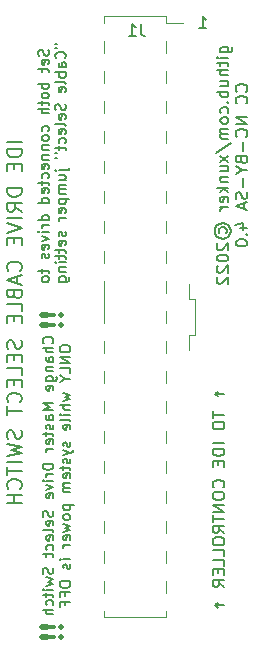
<source format=gbr>
%TF.GenerationSoftware,KiCad,Pcbnew,(6.0.4-0)*%
%TF.CreationDate,2022-11-11T17:00:16-07:00*%
%TF.ProjectId,ide_cable_select_switch,6964655f-6361-4626-9c65-5f73656c6563,rev?*%
%TF.SameCoordinates,Original*%
%TF.FileFunction,Legend,Bot*%
%TF.FilePolarity,Positive*%
%FSLAX46Y46*%
G04 Gerber Fmt 4.6, Leading zero omitted, Abs format (unit mm)*
G04 Created by KiCad (PCBNEW (6.0.4-0)) date 2022-11-11 17:00:16*
%MOMM*%
%LPD*%
G01*
G04 APERTURE LIST*
%ADD10C,0.150000*%
%ADD11C,0.300000*%
%ADD12C,0.120000*%
%ADD13R,1.700000X1.700000*%
%ADD14O,1.700000X1.700000*%
%ADD15R,3.150000X1.000000*%
G04 APERTURE END LIST*
D10*
X162175714Y-62183571D02*
X162985238Y-62183571D01*
X163080476Y-62135952D01*
X163128095Y-62088333D01*
X163175714Y-61993095D01*
X163175714Y-61850238D01*
X163128095Y-61755000D01*
X162794761Y-62183571D02*
X162842380Y-62088333D01*
X162842380Y-61897857D01*
X162794761Y-61802619D01*
X162747142Y-61755000D01*
X162651904Y-61707380D01*
X162366190Y-61707380D01*
X162270952Y-61755000D01*
X162223333Y-61802619D01*
X162175714Y-61897857D01*
X162175714Y-62088333D01*
X162223333Y-62183571D01*
X162842380Y-62659761D02*
X162175714Y-62659761D01*
X161842380Y-62659761D02*
X161890000Y-62612142D01*
X161937619Y-62659761D01*
X161890000Y-62707380D01*
X161842380Y-62659761D01*
X161937619Y-62659761D01*
X162175714Y-62993095D02*
X162175714Y-63374047D01*
X161842380Y-63135952D02*
X162699523Y-63135952D01*
X162794761Y-63183571D01*
X162842380Y-63278809D01*
X162842380Y-63374047D01*
X162842380Y-63707380D02*
X161842380Y-63707380D01*
X162842380Y-64135952D02*
X162318571Y-64135952D01*
X162223333Y-64088333D01*
X162175714Y-63993095D01*
X162175714Y-63850238D01*
X162223333Y-63755000D01*
X162270952Y-63707380D01*
X162175714Y-65040714D02*
X162842380Y-65040714D01*
X162175714Y-64612142D02*
X162699523Y-64612142D01*
X162794761Y-64659761D01*
X162842380Y-64754999D01*
X162842380Y-64897857D01*
X162794761Y-64993095D01*
X162747142Y-65040714D01*
X162842380Y-65516904D02*
X161842380Y-65516904D01*
X162223333Y-65516904D02*
X162175714Y-65612142D01*
X162175714Y-65802619D01*
X162223333Y-65897857D01*
X162270952Y-65945476D01*
X162366190Y-65993095D01*
X162651904Y-65993095D01*
X162747142Y-65945476D01*
X162794761Y-65897857D01*
X162842380Y-65802619D01*
X162842380Y-65612142D01*
X162794761Y-65516904D01*
X162747142Y-66421666D02*
X162794761Y-66469285D01*
X162842380Y-66421666D01*
X162794761Y-66374047D01*
X162747142Y-66421666D01*
X162842380Y-66421666D01*
X162794761Y-67326428D02*
X162842380Y-67231190D01*
X162842380Y-67040714D01*
X162794761Y-66945476D01*
X162747142Y-66897857D01*
X162651904Y-66850238D01*
X162366190Y-66850238D01*
X162270952Y-66897857D01*
X162223333Y-66945476D01*
X162175714Y-67040714D01*
X162175714Y-67231190D01*
X162223333Y-67326428D01*
X162842380Y-67897857D02*
X162794761Y-67802619D01*
X162747142Y-67754999D01*
X162651904Y-67707380D01*
X162366190Y-67707380D01*
X162270952Y-67754999D01*
X162223333Y-67802619D01*
X162175714Y-67897857D01*
X162175714Y-68040714D01*
X162223333Y-68135952D01*
X162270952Y-68183571D01*
X162366190Y-68231190D01*
X162651904Y-68231190D01*
X162747142Y-68183571D01*
X162794761Y-68135952D01*
X162842380Y-68040714D01*
X162842380Y-67897857D01*
X162842380Y-68659761D02*
X162175714Y-68659761D01*
X162270952Y-68659761D02*
X162223333Y-68707380D01*
X162175714Y-68802619D01*
X162175714Y-68945476D01*
X162223333Y-69040714D01*
X162318571Y-69088333D01*
X162842380Y-69088333D01*
X162318571Y-69088333D02*
X162223333Y-69135952D01*
X162175714Y-69231190D01*
X162175714Y-69374047D01*
X162223333Y-69469285D01*
X162318571Y-69516904D01*
X162842380Y-69516904D01*
X161794761Y-70707380D02*
X163080476Y-69850238D01*
X162842380Y-70945476D02*
X162175714Y-71469285D01*
X162175714Y-70945476D02*
X162842380Y-71469285D01*
X162175714Y-72278809D02*
X162842380Y-72278809D01*
X162175714Y-71850238D02*
X162699523Y-71850238D01*
X162794761Y-71897857D01*
X162842380Y-71993095D01*
X162842380Y-72135952D01*
X162794761Y-72231190D01*
X162747142Y-72278809D01*
X162175714Y-72754999D02*
X162842380Y-72754999D01*
X162270952Y-72754999D02*
X162223333Y-72802619D01*
X162175714Y-72897857D01*
X162175714Y-73040714D01*
X162223333Y-73135952D01*
X162318571Y-73183571D01*
X162842380Y-73183571D01*
X162842380Y-73659761D02*
X161842380Y-73659761D01*
X162461428Y-73754999D02*
X162842380Y-74040714D01*
X162175714Y-74040714D02*
X162556666Y-73659761D01*
X162794761Y-74850238D02*
X162842380Y-74754999D01*
X162842380Y-74564523D01*
X162794761Y-74469285D01*
X162699523Y-74421666D01*
X162318571Y-74421666D01*
X162223333Y-74469285D01*
X162175714Y-74564523D01*
X162175714Y-74754999D01*
X162223333Y-74850238D01*
X162318571Y-74897857D01*
X162413809Y-74897857D01*
X162509047Y-74421666D01*
X162842380Y-75326428D02*
X162175714Y-75326428D01*
X162366190Y-75326428D02*
X162270952Y-75374047D01*
X162223333Y-75421666D01*
X162175714Y-75516904D01*
X162175714Y-75612142D01*
X162080476Y-77516904D02*
X162032857Y-77421666D01*
X162032857Y-77231190D01*
X162080476Y-77135952D01*
X162175714Y-77040714D01*
X162270952Y-76993095D01*
X162461428Y-76993095D01*
X162556666Y-77040714D01*
X162651904Y-77135952D01*
X162699523Y-77231190D01*
X162699523Y-77421666D01*
X162651904Y-77516904D01*
X161699523Y-77326428D02*
X161747142Y-77088333D01*
X161890000Y-76850238D01*
X162128095Y-76707380D01*
X162366190Y-76659761D01*
X162604285Y-76707380D01*
X162842380Y-76850238D01*
X162985238Y-77088333D01*
X163032857Y-77326428D01*
X162985238Y-77564523D01*
X162842380Y-77802619D01*
X162604285Y-77945476D01*
X162366190Y-77993095D01*
X162128095Y-77945476D01*
X161890000Y-77802619D01*
X161747142Y-77564523D01*
X161699523Y-77326428D01*
X161937619Y-78374047D02*
X161890000Y-78421666D01*
X161842380Y-78516904D01*
X161842380Y-78754999D01*
X161890000Y-78850238D01*
X161937619Y-78897857D01*
X162032857Y-78945476D01*
X162128095Y-78945476D01*
X162270952Y-78897857D01*
X162842380Y-78326428D01*
X162842380Y-78945476D01*
X161842380Y-79564523D02*
X161842380Y-79659761D01*
X161890000Y-79754999D01*
X161937619Y-79802619D01*
X162032857Y-79850238D01*
X162223333Y-79897857D01*
X162461428Y-79897857D01*
X162651904Y-79850238D01*
X162747142Y-79802619D01*
X162794761Y-79754999D01*
X162842380Y-79659761D01*
X162842380Y-79564523D01*
X162794761Y-79469285D01*
X162747142Y-79421666D01*
X162651904Y-79374047D01*
X162461428Y-79326428D01*
X162223333Y-79326428D01*
X162032857Y-79374047D01*
X161937619Y-79421666D01*
X161890000Y-79469285D01*
X161842380Y-79564523D01*
X161937619Y-80278809D02*
X161890000Y-80326428D01*
X161842380Y-80421666D01*
X161842380Y-80659761D01*
X161890000Y-80754999D01*
X161937619Y-80802619D01*
X162032857Y-80850238D01*
X162128095Y-80850238D01*
X162270952Y-80802619D01*
X162842380Y-80231190D01*
X162842380Y-80850238D01*
X161937619Y-81231190D02*
X161890000Y-81278809D01*
X161842380Y-81374047D01*
X161842380Y-81612142D01*
X161890000Y-81707380D01*
X161937619Y-81754999D01*
X162032857Y-81802619D01*
X162128095Y-81802619D01*
X162270952Y-81754999D01*
X162842380Y-81183571D01*
X162842380Y-81802619D01*
X164357142Y-65516904D02*
X164404761Y-65469285D01*
X164452380Y-65326428D01*
X164452380Y-65231190D01*
X164404761Y-65088333D01*
X164309523Y-64993095D01*
X164214285Y-64945476D01*
X164023809Y-64897857D01*
X163880952Y-64897857D01*
X163690476Y-64945476D01*
X163595238Y-64993095D01*
X163500000Y-65088333D01*
X163452380Y-65231190D01*
X163452380Y-65326428D01*
X163500000Y-65469285D01*
X163547619Y-65516904D01*
X164357142Y-66516904D02*
X164404761Y-66469285D01*
X164452380Y-66326428D01*
X164452380Y-66231190D01*
X164404761Y-66088333D01*
X164309523Y-65993095D01*
X164214285Y-65945476D01*
X164023809Y-65897857D01*
X163880952Y-65897857D01*
X163690476Y-65945476D01*
X163595238Y-65993095D01*
X163500000Y-66088333D01*
X163452380Y-66231190D01*
X163452380Y-66326428D01*
X163500000Y-66469285D01*
X163547619Y-66516904D01*
X164452380Y-67707380D02*
X163452380Y-67707380D01*
X164452380Y-68278809D01*
X163452380Y-68278809D01*
X164357142Y-69326428D02*
X164404761Y-69278809D01*
X164452380Y-69135952D01*
X164452380Y-69040714D01*
X164404761Y-68897857D01*
X164309523Y-68802619D01*
X164214285Y-68755000D01*
X164023809Y-68707380D01*
X163880952Y-68707380D01*
X163690476Y-68755000D01*
X163595238Y-68802619D01*
X163500000Y-68897857D01*
X163452380Y-69040714D01*
X163452380Y-69135952D01*
X163500000Y-69278809D01*
X163547619Y-69326428D01*
X164071428Y-69755000D02*
X164071428Y-70516904D01*
X163928571Y-71326428D02*
X163976190Y-71469285D01*
X164023809Y-71516904D01*
X164119047Y-71564523D01*
X164261904Y-71564523D01*
X164357142Y-71516904D01*
X164404761Y-71469285D01*
X164452380Y-71374047D01*
X164452380Y-70993095D01*
X163452380Y-70993095D01*
X163452380Y-71326428D01*
X163500000Y-71421666D01*
X163547619Y-71469285D01*
X163642857Y-71516904D01*
X163738095Y-71516904D01*
X163833333Y-71469285D01*
X163880952Y-71421666D01*
X163928571Y-71326428D01*
X163928571Y-70993095D01*
X163976190Y-72183571D02*
X164452380Y-72183571D01*
X163452380Y-71850238D02*
X163976190Y-72183571D01*
X163452380Y-72516904D01*
X164071428Y-72850238D02*
X164071428Y-73612142D01*
X164404761Y-74040714D02*
X164452380Y-74183571D01*
X164452380Y-74421666D01*
X164404761Y-74516904D01*
X164357142Y-74564523D01*
X164261904Y-74612142D01*
X164166666Y-74612142D01*
X164071428Y-74564523D01*
X164023809Y-74516904D01*
X163976190Y-74421666D01*
X163928571Y-74231190D01*
X163880952Y-74135952D01*
X163833333Y-74088333D01*
X163738095Y-74040714D01*
X163642857Y-74040714D01*
X163547619Y-74088333D01*
X163500000Y-74135952D01*
X163452380Y-74231190D01*
X163452380Y-74469285D01*
X163500000Y-74612142D01*
X164166666Y-74993095D02*
X164166666Y-75469285D01*
X164452380Y-74897857D02*
X163452380Y-75231190D01*
X164452380Y-75564523D01*
X163785714Y-77088333D02*
X164452380Y-77088333D01*
X163404761Y-76850238D02*
X164119047Y-76612142D01*
X164119047Y-77231190D01*
X164357142Y-77612142D02*
X164404761Y-77659761D01*
X164452380Y-77612142D01*
X164404761Y-77564523D01*
X164357142Y-77612142D01*
X164452380Y-77612142D01*
X163452380Y-78278809D02*
X163452380Y-78374047D01*
X163500000Y-78469285D01*
X163547619Y-78516904D01*
X163642857Y-78564523D01*
X163833333Y-78612142D01*
X164071428Y-78612142D01*
X164261904Y-78564523D01*
X164357142Y-78516904D01*
X164404761Y-78469285D01*
X164452380Y-78374047D01*
X164452380Y-78278809D01*
X164404761Y-78183571D01*
X164357142Y-78135952D01*
X164261904Y-78088333D01*
X164071428Y-78040714D01*
X163833333Y-78040714D01*
X163642857Y-78088333D01*
X163547619Y-78135952D01*
X163500000Y-78183571D01*
X163452380Y-78278809D01*
X147594785Y-61974642D02*
X147637642Y-62103214D01*
X147637642Y-62317500D01*
X147594785Y-62403214D01*
X147551928Y-62446071D01*
X147466214Y-62488928D01*
X147380500Y-62488928D01*
X147294785Y-62446071D01*
X147251928Y-62403214D01*
X147209071Y-62317500D01*
X147166214Y-62146071D01*
X147123357Y-62060357D01*
X147080500Y-62017500D01*
X146994785Y-61974642D01*
X146909071Y-61974642D01*
X146823357Y-62017500D01*
X146780500Y-62060357D01*
X146737642Y-62146071D01*
X146737642Y-62360357D01*
X146780500Y-62488928D01*
X147594785Y-63217500D02*
X147637642Y-63131785D01*
X147637642Y-62960357D01*
X147594785Y-62874642D01*
X147509071Y-62831785D01*
X147166214Y-62831785D01*
X147080500Y-62874642D01*
X147037642Y-62960357D01*
X147037642Y-63131785D01*
X147080500Y-63217500D01*
X147166214Y-63260357D01*
X147251928Y-63260357D01*
X147337642Y-62831785D01*
X147037642Y-63517500D02*
X147037642Y-63860357D01*
X146737642Y-63646071D02*
X147509071Y-63646071D01*
X147594785Y-63688928D01*
X147637642Y-63774642D01*
X147637642Y-63860357D01*
X147637642Y-64846071D02*
X146737642Y-64846071D01*
X147080500Y-64846071D02*
X147037642Y-64931785D01*
X147037642Y-65103214D01*
X147080500Y-65188928D01*
X147123357Y-65231785D01*
X147209071Y-65274642D01*
X147466214Y-65274642D01*
X147551928Y-65231785D01*
X147594785Y-65188928D01*
X147637642Y-65103214D01*
X147637642Y-64931785D01*
X147594785Y-64846071D01*
X147637642Y-65788928D02*
X147594785Y-65703214D01*
X147551928Y-65660357D01*
X147466214Y-65617500D01*
X147209071Y-65617500D01*
X147123357Y-65660357D01*
X147080500Y-65703214D01*
X147037642Y-65788928D01*
X147037642Y-65917500D01*
X147080500Y-66003214D01*
X147123357Y-66046071D01*
X147209071Y-66088928D01*
X147466214Y-66088928D01*
X147551928Y-66046071D01*
X147594785Y-66003214D01*
X147637642Y-65917500D01*
X147637642Y-65788928D01*
X147037642Y-66346071D02*
X147037642Y-66688928D01*
X146737642Y-66474642D02*
X147509071Y-66474642D01*
X147594785Y-66517500D01*
X147637642Y-66603214D01*
X147637642Y-66688928D01*
X147637642Y-66988928D02*
X146737642Y-66988928D01*
X147637642Y-67374642D02*
X147166214Y-67374642D01*
X147080500Y-67331785D01*
X147037642Y-67246071D01*
X147037642Y-67117500D01*
X147080500Y-67031785D01*
X147123357Y-66988928D01*
X147594785Y-68874642D02*
X147637642Y-68788928D01*
X147637642Y-68617500D01*
X147594785Y-68531785D01*
X147551928Y-68488928D01*
X147466214Y-68446071D01*
X147209071Y-68446071D01*
X147123357Y-68488928D01*
X147080500Y-68531785D01*
X147037642Y-68617500D01*
X147037642Y-68788928D01*
X147080500Y-68874642D01*
X147637642Y-69388928D02*
X147594785Y-69303214D01*
X147551928Y-69260357D01*
X147466214Y-69217500D01*
X147209071Y-69217500D01*
X147123357Y-69260357D01*
X147080500Y-69303214D01*
X147037642Y-69388928D01*
X147037642Y-69517500D01*
X147080500Y-69603214D01*
X147123357Y-69646071D01*
X147209071Y-69688928D01*
X147466214Y-69688928D01*
X147551928Y-69646071D01*
X147594785Y-69603214D01*
X147637642Y-69517500D01*
X147637642Y-69388928D01*
X147037642Y-70074642D02*
X147637642Y-70074642D01*
X147123357Y-70074642D02*
X147080500Y-70117500D01*
X147037642Y-70203214D01*
X147037642Y-70331785D01*
X147080500Y-70417500D01*
X147166214Y-70460357D01*
X147637642Y-70460357D01*
X147037642Y-70888928D02*
X147637642Y-70888928D01*
X147123357Y-70888928D02*
X147080500Y-70931785D01*
X147037642Y-71017500D01*
X147037642Y-71146071D01*
X147080500Y-71231785D01*
X147166214Y-71274642D01*
X147637642Y-71274642D01*
X147594785Y-72046071D02*
X147637642Y-71960357D01*
X147637642Y-71788928D01*
X147594785Y-71703214D01*
X147509071Y-71660357D01*
X147166214Y-71660357D01*
X147080500Y-71703214D01*
X147037642Y-71788928D01*
X147037642Y-71960357D01*
X147080500Y-72046071D01*
X147166214Y-72088928D01*
X147251928Y-72088928D01*
X147337642Y-71660357D01*
X147594785Y-72860357D02*
X147637642Y-72774642D01*
X147637642Y-72603214D01*
X147594785Y-72517500D01*
X147551928Y-72474642D01*
X147466214Y-72431785D01*
X147209071Y-72431785D01*
X147123357Y-72474642D01*
X147080500Y-72517500D01*
X147037642Y-72603214D01*
X147037642Y-72774642D01*
X147080500Y-72860357D01*
X147037642Y-73117500D02*
X147037642Y-73460357D01*
X146737642Y-73246071D02*
X147509071Y-73246071D01*
X147594785Y-73288928D01*
X147637642Y-73374642D01*
X147637642Y-73460357D01*
X147594785Y-74103214D02*
X147637642Y-74017500D01*
X147637642Y-73846071D01*
X147594785Y-73760357D01*
X147509071Y-73717500D01*
X147166214Y-73717500D01*
X147080500Y-73760357D01*
X147037642Y-73846071D01*
X147037642Y-74017500D01*
X147080500Y-74103214D01*
X147166214Y-74146071D01*
X147251928Y-74146071D01*
X147337642Y-73717500D01*
X147637642Y-74917500D02*
X146737642Y-74917500D01*
X147594785Y-74917500D02*
X147637642Y-74831785D01*
X147637642Y-74660357D01*
X147594785Y-74574642D01*
X147551928Y-74531785D01*
X147466214Y-74488928D01*
X147209071Y-74488928D01*
X147123357Y-74531785D01*
X147080500Y-74574642D01*
X147037642Y-74660357D01*
X147037642Y-74831785D01*
X147080500Y-74917500D01*
X147637642Y-76417500D02*
X146737642Y-76417500D01*
X147594785Y-76417500D02*
X147637642Y-76331785D01*
X147637642Y-76160357D01*
X147594785Y-76074642D01*
X147551928Y-76031785D01*
X147466214Y-75988928D01*
X147209071Y-75988928D01*
X147123357Y-76031785D01*
X147080500Y-76074642D01*
X147037642Y-76160357D01*
X147037642Y-76331785D01*
X147080500Y-76417500D01*
X147637642Y-76846071D02*
X147037642Y-76846071D01*
X147209071Y-76846071D02*
X147123357Y-76888928D01*
X147080500Y-76931785D01*
X147037642Y-77017500D01*
X147037642Y-77103214D01*
X147637642Y-77403214D02*
X147037642Y-77403214D01*
X146737642Y-77403214D02*
X146780500Y-77360357D01*
X146823357Y-77403214D01*
X146780500Y-77446071D01*
X146737642Y-77403214D01*
X146823357Y-77403214D01*
X147037642Y-77746071D02*
X147637642Y-77960357D01*
X147037642Y-78174642D01*
X147594785Y-78860357D02*
X147637642Y-78774642D01*
X147637642Y-78603214D01*
X147594785Y-78517500D01*
X147509071Y-78474642D01*
X147166214Y-78474642D01*
X147080500Y-78517500D01*
X147037642Y-78603214D01*
X147037642Y-78774642D01*
X147080500Y-78860357D01*
X147166214Y-78903214D01*
X147251928Y-78903214D01*
X147337642Y-78474642D01*
X147594785Y-79246071D02*
X147637642Y-79331785D01*
X147637642Y-79503214D01*
X147594785Y-79588928D01*
X147509071Y-79631785D01*
X147466214Y-79631785D01*
X147380500Y-79588928D01*
X147337642Y-79503214D01*
X147337642Y-79374642D01*
X147294785Y-79288928D01*
X147209071Y-79246071D01*
X147166214Y-79246071D01*
X147080500Y-79288928D01*
X147037642Y-79374642D01*
X147037642Y-79503214D01*
X147080500Y-79588928D01*
X147037642Y-80574642D02*
X147037642Y-80917500D01*
X146737642Y-80703214D02*
X147509071Y-80703214D01*
X147594785Y-80746071D01*
X147637642Y-80831785D01*
X147637642Y-80917500D01*
X147637642Y-81346071D02*
X147594785Y-81260357D01*
X147551928Y-81217500D01*
X147466214Y-81174642D01*
X147209071Y-81174642D01*
X147123357Y-81217500D01*
X147080500Y-81260357D01*
X147037642Y-81346071D01*
X147037642Y-81474642D01*
X147080500Y-81560357D01*
X147123357Y-81603214D01*
X147209071Y-81646071D01*
X147466214Y-81646071D01*
X147551928Y-81603214D01*
X147594785Y-81560357D01*
X147637642Y-81474642D01*
X147637642Y-81346071D01*
X148186642Y-61460357D02*
X148358071Y-61460357D01*
X148186642Y-61803214D02*
X148358071Y-61803214D01*
X149000928Y-62703214D02*
X149043785Y-62660357D01*
X149086642Y-62531785D01*
X149086642Y-62446071D01*
X149043785Y-62317500D01*
X148958071Y-62231785D01*
X148872357Y-62188928D01*
X148700928Y-62146071D01*
X148572357Y-62146071D01*
X148400928Y-62188928D01*
X148315214Y-62231785D01*
X148229500Y-62317500D01*
X148186642Y-62446071D01*
X148186642Y-62531785D01*
X148229500Y-62660357D01*
X148272357Y-62703214D01*
X149086642Y-63474642D02*
X148615214Y-63474642D01*
X148529500Y-63431785D01*
X148486642Y-63346071D01*
X148486642Y-63174642D01*
X148529500Y-63088928D01*
X149043785Y-63474642D02*
X149086642Y-63388928D01*
X149086642Y-63174642D01*
X149043785Y-63088928D01*
X148958071Y-63046071D01*
X148872357Y-63046071D01*
X148786642Y-63088928D01*
X148743785Y-63174642D01*
X148743785Y-63388928D01*
X148700928Y-63474642D01*
X149086642Y-63903214D02*
X148186642Y-63903214D01*
X148529500Y-63903214D02*
X148486642Y-63988928D01*
X148486642Y-64160357D01*
X148529500Y-64246071D01*
X148572357Y-64288928D01*
X148658071Y-64331785D01*
X148915214Y-64331785D01*
X149000928Y-64288928D01*
X149043785Y-64246071D01*
X149086642Y-64160357D01*
X149086642Y-63988928D01*
X149043785Y-63903214D01*
X149086642Y-64846071D02*
X149043785Y-64760357D01*
X148958071Y-64717500D01*
X148186642Y-64717500D01*
X149043785Y-65531785D02*
X149086642Y-65446071D01*
X149086642Y-65274642D01*
X149043785Y-65188928D01*
X148958071Y-65146071D01*
X148615214Y-65146071D01*
X148529500Y-65188928D01*
X148486642Y-65274642D01*
X148486642Y-65446071D01*
X148529500Y-65531785D01*
X148615214Y-65574642D01*
X148700928Y-65574642D01*
X148786642Y-65146071D01*
X149043785Y-66603214D02*
X149086642Y-66731785D01*
X149086642Y-66946071D01*
X149043785Y-67031785D01*
X149000928Y-67074642D01*
X148915214Y-67117500D01*
X148829500Y-67117500D01*
X148743785Y-67074642D01*
X148700928Y-67031785D01*
X148658071Y-66946071D01*
X148615214Y-66774642D01*
X148572357Y-66688928D01*
X148529500Y-66646071D01*
X148443785Y-66603214D01*
X148358071Y-66603214D01*
X148272357Y-66646071D01*
X148229500Y-66688928D01*
X148186642Y-66774642D01*
X148186642Y-66988928D01*
X148229500Y-67117500D01*
X149043785Y-67846071D02*
X149086642Y-67760357D01*
X149086642Y-67588928D01*
X149043785Y-67503214D01*
X148958071Y-67460357D01*
X148615214Y-67460357D01*
X148529500Y-67503214D01*
X148486642Y-67588928D01*
X148486642Y-67760357D01*
X148529500Y-67846071D01*
X148615214Y-67888928D01*
X148700928Y-67888928D01*
X148786642Y-67460357D01*
X149086642Y-68403214D02*
X149043785Y-68317500D01*
X148958071Y-68274642D01*
X148186642Y-68274642D01*
X149043785Y-69088928D02*
X149086642Y-69003214D01*
X149086642Y-68831785D01*
X149043785Y-68746071D01*
X148958071Y-68703214D01*
X148615214Y-68703214D01*
X148529500Y-68746071D01*
X148486642Y-68831785D01*
X148486642Y-69003214D01*
X148529500Y-69088928D01*
X148615214Y-69131785D01*
X148700928Y-69131785D01*
X148786642Y-68703214D01*
X149043785Y-69903214D02*
X149086642Y-69817500D01*
X149086642Y-69646071D01*
X149043785Y-69560357D01*
X149000928Y-69517500D01*
X148915214Y-69474642D01*
X148658071Y-69474642D01*
X148572357Y-69517500D01*
X148529500Y-69560357D01*
X148486642Y-69646071D01*
X148486642Y-69817500D01*
X148529500Y-69903214D01*
X148486642Y-70160357D02*
X148486642Y-70503214D01*
X148186642Y-70288928D02*
X148958071Y-70288928D01*
X149043785Y-70331785D01*
X149086642Y-70417500D01*
X149086642Y-70503214D01*
X148186642Y-70760357D02*
X148358071Y-70760357D01*
X148186642Y-71103214D02*
X148358071Y-71103214D01*
X148486642Y-72174642D02*
X149258071Y-72174642D01*
X149343785Y-72131785D01*
X149386642Y-72046071D01*
X149386642Y-72003214D01*
X148186642Y-72174642D02*
X148229500Y-72131785D01*
X148272357Y-72174642D01*
X148229500Y-72217500D01*
X148186642Y-72174642D01*
X148272357Y-72174642D01*
X148486642Y-72988928D02*
X149086642Y-72988928D01*
X148486642Y-72603214D02*
X148958071Y-72603214D01*
X149043785Y-72646071D01*
X149086642Y-72731785D01*
X149086642Y-72860357D01*
X149043785Y-72946071D01*
X149000928Y-72988928D01*
X149086642Y-73417500D02*
X148486642Y-73417500D01*
X148572357Y-73417500D02*
X148529500Y-73460357D01*
X148486642Y-73546071D01*
X148486642Y-73674642D01*
X148529500Y-73760357D01*
X148615214Y-73803214D01*
X149086642Y-73803214D01*
X148615214Y-73803214D02*
X148529500Y-73846071D01*
X148486642Y-73931785D01*
X148486642Y-74060357D01*
X148529500Y-74146071D01*
X148615214Y-74188928D01*
X149086642Y-74188928D01*
X148486642Y-74617500D02*
X149386642Y-74617500D01*
X148529500Y-74617500D02*
X148486642Y-74703214D01*
X148486642Y-74874642D01*
X148529500Y-74960357D01*
X148572357Y-75003214D01*
X148658071Y-75046071D01*
X148915214Y-75046071D01*
X149000928Y-75003214D01*
X149043785Y-74960357D01*
X149086642Y-74874642D01*
X149086642Y-74703214D01*
X149043785Y-74617500D01*
X149043785Y-75774642D02*
X149086642Y-75688928D01*
X149086642Y-75517500D01*
X149043785Y-75431785D01*
X148958071Y-75388928D01*
X148615214Y-75388928D01*
X148529500Y-75431785D01*
X148486642Y-75517500D01*
X148486642Y-75688928D01*
X148529500Y-75774642D01*
X148615214Y-75817500D01*
X148700928Y-75817500D01*
X148786642Y-75388928D01*
X149086642Y-76203214D02*
X148486642Y-76203214D01*
X148658071Y-76203214D02*
X148572357Y-76246071D01*
X148529500Y-76288928D01*
X148486642Y-76374642D01*
X148486642Y-76460357D01*
X149043785Y-77403214D02*
X149086642Y-77488928D01*
X149086642Y-77660357D01*
X149043785Y-77746071D01*
X148958071Y-77788928D01*
X148915214Y-77788928D01*
X148829500Y-77746071D01*
X148786642Y-77660357D01*
X148786642Y-77531785D01*
X148743785Y-77446071D01*
X148658071Y-77403214D01*
X148615214Y-77403214D01*
X148529500Y-77446071D01*
X148486642Y-77531785D01*
X148486642Y-77660357D01*
X148529500Y-77746071D01*
X149043785Y-78517500D02*
X149086642Y-78431785D01*
X149086642Y-78260357D01*
X149043785Y-78174642D01*
X148958071Y-78131785D01*
X148615214Y-78131785D01*
X148529500Y-78174642D01*
X148486642Y-78260357D01*
X148486642Y-78431785D01*
X148529500Y-78517500D01*
X148615214Y-78560357D01*
X148700928Y-78560357D01*
X148786642Y-78131785D01*
X148486642Y-78817500D02*
X148486642Y-79160357D01*
X148186642Y-78946071D02*
X148958071Y-78946071D01*
X149043785Y-78988928D01*
X149086642Y-79074642D01*
X149086642Y-79160357D01*
X148486642Y-79331785D02*
X148486642Y-79674642D01*
X148186642Y-79460357D02*
X148958071Y-79460357D01*
X149043785Y-79503214D01*
X149086642Y-79588928D01*
X149086642Y-79674642D01*
X149086642Y-79974642D02*
X148486642Y-79974642D01*
X148186642Y-79974642D02*
X148229500Y-79931785D01*
X148272357Y-79974642D01*
X148229500Y-80017500D01*
X148186642Y-79974642D01*
X148272357Y-79974642D01*
X148486642Y-80403214D02*
X149086642Y-80403214D01*
X148572357Y-80403214D02*
X148529500Y-80446071D01*
X148486642Y-80531785D01*
X148486642Y-80660357D01*
X148529500Y-80746071D01*
X148615214Y-80788928D01*
X149086642Y-80788928D01*
X148486642Y-81603214D02*
X149215214Y-81603214D01*
X149300928Y-81560357D01*
X149343785Y-81517500D01*
X149386642Y-81431785D01*
X149386642Y-81303214D01*
X149343785Y-81217500D01*
X149043785Y-81603214D02*
X149086642Y-81517500D01*
X149086642Y-81346071D01*
X149043785Y-81260357D01*
X149000928Y-81217500D01*
X148915214Y-81174642D01*
X148658071Y-81174642D01*
X148572357Y-81217500D01*
X148529500Y-81260357D01*
X148486642Y-81346071D01*
X148486642Y-81517500D01*
X148529500Y-81603214D01*
X145345476Y-69792380D02*
X144095476Y-69792380D01*
X145345476Y-70387619D02*
X144095476Y-70387619D01*
X144095476Y-70685238D01*
X144155000Y-70863809D01*
X144274047Y-70982857D01*
X144393095Y-71042380D01*
X144631190Y-71101904D01*
X144809761Y-71101904D01*
X145047857Y-71042380D01*
X145166904Y-70982857D01*
X145285952Y-70863809D01*
X145345476Y-70685238D01*
X145345476Y-70387619D01*
X144690714Y-71637619D02*
X144690714Y-72054285D01*
X145345476Y-72232857D02*
X145345476Y-71637619D01*
X144095476Y-71637619D01*
X144095476Y-72232857D01*
X145345476Y-73720952D02*
X144095476Y-73720952D01*
X144095476Y-74018571D01*
X144155000Y-74197142D01*
X144274047Y-74316190D01*
X144393095Y-74375714D01*
X144631190Y-74435238D01*
X144809761Y-74435238D01*
X145047857Y-74375714D01*
X145166904Y-74316190D01*
X145285952Y-74197142D01*
X145345476Y-74018571D01*
X145345476Y-73720952D01*
X145345476Y-75685238D02*
X144750238Y-75268571D01*
X145345476Y-74970952D02*
X144095476Y-74970952D01*
X144095476Y-75447142D01*
X144155000Y-75566190D01*
X144214523Y-75625714D01*
X144333571Y-75685238D01*
X144512142Y-75685238D01*
X144631190Y-75625714D01*
X144690714Y-75566190D01*
X144750238Y-75447142D01*
X144750238Y-74970952D01*
X145345476Y-76220952D02*
X144095476Y-76220952D01*
X144095476Y-76637619D02*
X145345476Y-77054285D01*
X144095476Y-77470952D01*
X144690714Y-77887619D02*
X144690714Y-78304285D01*
X145345476Y-78482857D02*
X145345476Y-77887619D01*
X144095476Y-77887619D01*
X144095476Y-78482857D01*
X145226428Y-80685238D02*
X145285952Y-80625714D01*
X145345476Y-80447142D01*
X145345476Y-80328095D01*
X145285952Y-80149523D01*
X145166904Y-80030476D01*
X145047857Y-79970952D01*
X144809761Y-79911428D01*
X144631190Y-79911428D01*
X144393095Y-79970952D01*
X144274047Y-80030476D01*
X144155000Y-80149523D01*
X144095476Y-80328095D01*
X144095476Y-80447142D01*
X144155000Y-80625714D01*
X144214523Y-80685238D01*
X144988333Y-81161428D02*
X144988333Y-81756666D01*
X145345476Y-81042380D02*
X144095476Y-81459047D01*
X145345476Y-81875714D01*
X144690714Y-82709047D02*
X144750238Y-82887619D01*
X144809761Y-82947142D01*
X144928809Y-83006666D01*
X145107380Y-83006666D01*
X145226428Y-82947142D01*
X145285952Y-82887619D01*
X145345476Y-82768571D01*
X145345476Y-82292380D01*
X144095476Y-82292380D01*
X144095476Y-82709047D01*
X144155000Y-82828095D01*
X144214523Y-82887619D01*
X144333571Y-82947142D01*
X144452619Y-82947142D01*
X144571666Y-82887619D01*
X144631190Y-82828095D01*
X144690714Y-82709047D01*
X144690714Y-82292380D01*
X145345476Y-84137619D02*
X145345476Y-83542380D01*
X144095476Y-83542380D01*
X144690714Y-84554285D02*
X144690714Y-84970952D01*
X145345476Y-85149523D02*
X145345476Y-84554285D01*
X144095476Y-84554285D01*
X144095476Y-85149523D01*
X145285952Y-86578095D02*
X145345476Y-86756666D01*
X145345476Y-87054285D01*
X145285952Y-87173333D01*
X145226428Y-87232857D01*
X145107380Y-87292380D01*
X144988333Y-87292380D01*
X144869285Y-87232857D01*
X144809761Y-87173333D01*
X144750238Y-87054285D01*
X144690714Y-86816190D01*
X144631190Y-86697142D01*
X144571666Y-86637619D01*
X144452619Y-86578095D01*
X144333571Y-86578095D01*
X144214523Y-86637619D01*
X144155000Y-86697142D01*
X144095476Y-86816190D01*
X144095476Y-87113809D01*
X144155000Y-87292380D01*
X144690714Y-87828095D02*
X144690714Y-88244761D01*
X145345476Y-88423333D02*
X145345476Y-87828095D01*
X144095476Y-87828095D01*
X144095476Y-88423333D01*
X145345476Y-89554285D02*
X145345476Y-88959047D01*
X144095476Y-88959047D01*
X144690714Y-89970952D02*
X144690714Y-90387619D01*
X145345476Y-90566190D02*
X145345476Y-89970952D01*
X144095476Y-89970952D01*
X144095476Y-90566190D01*
X145226428Y-91816190D02*
X145285952Y-91756666D01*
X145345476Y-91578095D01*
X145345476Y-91459047D01*
X145285952Y-91280476D01*
X145166904Y-91161428D01*
X145047857Y-91101904D01*
X144809761Y-91042380D01*
X144631190Y-91042380D01*
X144393095Y-91101904D01*
X144274047Y-91161428D01*
X144155000Y-91280476D01*
X144095476Y-91459047D01*
X144095476Y-91578095D01*
X144155000Y-91756666D01*
X144214523Y-91816190D01*
X144095476Y-92173333D02*
X144095476Y-92887619D01*
X145345476Y-92530476D02*
X144095476Y-92530476D01*
X145285952Y-94197142D02*
X145345476Y-94375714D01*
X145345476Y-94673333D01*
X145285952Y-94792380D01*
X145226428Y-94851904D01*
X145107380Y-94911428D01*
X144988333Y-94911428D01*
X144869285Y-94851904D01*
X144809761Y-94792380D01*
X144750238Y-94673333D01*
X144690714Y-94435238D01*
X144631190Y-94316190D01*
X144571666Y-94256666D01*
X144452619Y-94197142D01*
X144333571Y-94197142D01*
X144214523Y-94256666D01*
X144155000Y-94316190D01*
X144095476Y-94435238D01*
X144095476Y-94732857D01*
X144155000Y-94911428D01*
X144095476Y-95328095D02*
X145345476Y-95625714D01*
X144452619Y-95863809D01*
X145345476Y-96101904D01*
X144095476Y-96399523D01*
X145345476Y-96875714D02*
X144095476Y-96875714D01*
X144095476Y-97292380D02*
X144095476Y-98006666D01*
X145345476Y-97649523D02*
X144095476Y-97649523D01*
X145226428Y-99137619D02*
X145285952Y-99078095D01*
X145345476Y-98899523D01*
X145345476Y-98780476D01*
X145285952Y-98601904D01*
X145166904Y-98482857D01*
X145047857Y-98423333D01*
X144809761Y-98363809D01*
X144631190Y-98363809D01*
X144393095Y-98423333D01*
X144274047Y-98482857D01*
X144155000Y-98601904D01*
X144095476Y-98780476D01*
X144095476Y-98899523D01*
X144155000Y-99078095D01*
X144214523Y-99137619D01*
X145345476Y-99673333D02*
X144095476Y-99673333D01*
X144690714Y-99673333D02*
X144690714Y-100387619D01*
X145345476Y-100387619D02*
X144095476Y-100387619D01*
D11*
X148580000Y-110835333D02*
X148663333Y-110918666D01*
X148746666Y-110835333D01*
X148663333Y-110752000D01*
X148580000Y-110835333D01*
X148746666Y-110835333D01*
X148080000Y-110835333D02*
X147080000Y-110752000D01*
X146996666Y-110835333D01*
X147080000Y-110918666D01*
X148080000Y-110835333D01*
X146996666Y-110835333D01*
X148580000Y-111668666D02*
X148663333Y-111752000D01*
X148746666Y-111668666D01*
X148663333Y-111585333D01*
X148580000Y-111668666D01*
X148746666Y-111668666D01*
X148080000Y-111668666D02*
X147080000Y-111585333D01*
X146996666Y-111668666D01*
X147080000Y-111752000D01*
X148080000Y-111668666D01*
X146996666Y-111668666D01*
D10*
X147932928Y-86815428D02*
X147975785Y-86772571D01*
X148018642Y-86644000D01*
X148018642Y-86558285D01*
X147975785Y-86429714D01*
X147890071Y-86344000D01*
X147804357Y-86301142D01*
X147632928Y-86258285D01*
X147504357Y-86258285D01*
X147332928Y-86301142D01*
X147247214Y-86344000D01*
X147161500Y-86429714D01*
X147118642Y-86558285D01*
X147118642Y-86644000D01*
X147161500Y-86772571D01*
X147204357Y-86815428D01*
X148018642Y-87201142D02*
X147118642Y-87201142D01*
X148018642Y-87586857D02*
X147547214Y-87586857D01*
X147461500Y-87544000D01*
X147418642Y-87458285D01*
X147418642Y-87329714D01*
X147461500Y-87244000D01*
X147504357Y-87201142D01*
X148018642Y-88401142D02*
X147547214Y-88401142D01*
X147461500Y-88358285D01*
X147418642Y-88272571D01*
X147418642Y-88101142D01*
X147461500Y-88015428D01*
X147975785Y-88401142D02*
X148018642Y-88315428D01*
X148018642Y-88101142D01*
X147975785Y-88015428D01*
X147890071Y-87972571D01*
X147804357Y-87972571D01*
X147718642Y-88015428D01*
X147675785Y-88101142D01*
X147675785Y-88315428D01*
X147632928Y-88401142D01*
X147418642Y-88829714D02*
X148018642Y-88829714D01*
X147504357Y-88829714D02*
X147461500Y-88872571D01*
X147418642Y-88958285D01*
X147418642Y-89086857D01*
X147461500Y-89172571D01*
X147547214Y-89215428D01*
X148018642Y-89215428D01*
X147418642Y-90029714D02*
X148147214Y-90029714D01*
X148232928Y-89986857D01*
X148275785Y-89944000D01*
X148318642Y-89858285D01*
X148318642Y-89729714D01*
X148275785Y-89644000D01*
X147975785Y-90029714D02*
X148018642Y-89944000D01*
X148018642Y-89772571D01*
X147975785Y-89686857D01*
X147932928Y-89644000D01*
X147847214Y-89601142D01*
X147590071Y-89601142D01*
X147504357Y-89644000D01*
X147461500Y-89686857D01*
X147418642Y-89772571D01*
X147418642Y-89944000D01*
X147461500Y-90029714D01*
X147975785Y-90801142D02*
X148018642Y-90715428D01*
X148018642Y-90544000D01*
X147975785Y-90458285D01*
X147890071Y-90415428D01*
X147547214Y-90415428D01*
X147461500Y-90458285D01*
X147418642Y-90544000D01*
X147418642Y-90715428D01*
X147461500Y-90801142D01*
X147547214Y-90844000D01*
X147632928Y-90844000D01*
X147718642Y-90415428D01*
X148018642Y-91915428D02*
X147118642Y-91915428D01*
X147761500Y-92215428D01*
X147118642Y-92515428D01*
X148018642Y-92515428D01*
X148018642Y-93329714D02*
X147547214Y-93329714D01*
X147461500Y-93286857D01*
X147418642Y-93201142D01*
X147418642Y-93029714D01*
X147461500Y-92944000D01*
X147975785Y-93329714D02*
X148018642Y-93244000D01*
X148018642Y-93029714D01*
X147975785Y-92944000D01*
X147890071Y-92901142D01*
X147804357Y-92901142D01*
X147718642Y-92944000D01*
X147675785Y-93029714D01*
X147675785Y-93244000D01*
X147632928Y-93329714D01*
X147975785Y-93715428D02*
X148018642Y-93801142D01*
X148018642Y-93972571D01*
X147975785Y-94058285D01*
X147890071Y-94101142D01*
X147847214Y-94101142D01*
X147761500Y-94058285D01*
X147718642Y-93972571D01*
X147718642Y-93844000D01*
X147675785Y-93758285D01*
X147590071Y-93715428D01*
X147547214Y-93715428D01*
X147461500Y-93758285D01*
X147418642Y-93844000D01*
X147418642Y-93972571D01*
X147461500Y-94058285D01*
X147418642Y-94358285D02*
X147418642Y-94701142D01*
X147118642Y-94486857D02*
X147890071Y-94486857D01*
X147975785Y-94529714D01*
X148018642Y-94615428D01*
X148018642Y-94701142D01*
X147975785Y-95344000D02*
X148018642Y-95258285D01*
X148018642Y-95086857D01*
X147975785Y-95001142D01*
X147890071Y-94958285D01*
X147547214Y-94958285D01*
X147461500Y-95001142D01*
X147418642Y-95086857D01*
X147418642Y-95258285D01*
X147461500Y-95344000D01*
X147547214Y-95386857D01*
X147632928Y-95386857D01*
X147718642Y-94958285D01*
X148018642Y-95772571D02*
X147418642Y-95772571D01*
X147590071Y-95772571D02*
X147504357Y-95815428D01*
X147461500Y-95858285D01*
X147418642Y-95944000D01*
X147418642Y-96029714D01*
X148018642Y-97015428D02*
X147118642Y-97015428D01*
X147118642Y-97229714D01*
X147161500Y-97358285D01*
X147247214Y-97444000D01*
X147332928Y-97486857D01*
X147504357Y-97529714D01*
X147632928Y-97529714D01*
X147804357Y-97486857D01*
X147890071Y-97444000D01*
X147975785Y-97358285D01*
X148018642Y-97229714D01*
X148018642Y-97015428D01*
X148018642Y-97915428D02*
X147418642Y-97915428D01*
X147590071Y-97915428D02*
X147504357Y-97958285D01*
X147461500Y-98001142D01*
X147418642Y-98086857D01*
X147418642Y-98172571D01*
X148018642Y-98472571D02*
X147418642Y-98472571D01*
X147118642Y-98472571D02*
X147161500Y-98429714D01*
X147204357Y-98472571D01*
X147161500Y-98515428D01*
X147118642Y-98472571D01*
X147204357Y-98472571D01*
X147418642Y-98815428D02*
X148018642Y-99029714D01*
X147418642Y-99244000D01*
X147975785Y-99929714D02*
X148018642Y-99844000D01*
X148018642Y-99672571D01*
X147975785Y-99586857D01*
X147890071Y-99544000D01*
X147547214Y-99544000D01*
X147461500Y-99586857D01*
X147418642Y-99672571D01*
X147418642Y-99844000D01*
X147461500Y-99929714D01*
X147547214Y-99972571D01*
X147632928Y-99972571D01*
X147718642Y-99544000D01*
X147975785Y-101001142D02*
X148018642Y-101129714D01*
X148018642Y-101344000D01*
X147975785Y-101429714D01*
X147932928Y-101472571D01*
X147847214Y-101515428D01*
X147761500Y-101515428D01*
X147675785Y-101472571D01*
X147632928Y-101429714D01*
X147590071Y-101344000D01*
X147547214Y-101172571D01*
X147504357Y-101086857D01*
X147461500Y-101044000D01*
X147375785Y-101001142D01*
X147290071Y-101001142D01*
X147204357Y-101044000D01*
X147161500Y-101086857D01*
X147118642Y-101172571D01*
X147118642Y-101386857D01*
X147161500Y-101515428D01*
X147975785Y-102244000D02*
X148018642Y-102158285D01*
X148018642Y-101986857D01*
X147975785Y-101901142D01*
X147890071Y-101858285D01*
X147547214Y-101858285D01*
X147461500Y-101901142D01*
X147418642Y-101986857D01*
X147418642Y-102158285D01*
X147461500Y-102244000D01*
X147547214Y-102286857D01*
X147632928Y-102286857D01*
X147718642Y-101858285D01*
X148018642Y-102801142D02*
X147975785Y-102715428D01*
X147890071Y-102672571D01*
X147118642Y-102672571D01*
X147975785Y-103486857D02*
X148018642Y-103401142D01*
X148018642Y-103229714D01*
X147975785Y-103144000D01*
X147890071Y-103101142D01*
X147547214Y-103101142D01*
X147461500Y-103144000D01*
X147418642Y-103229714D01*
X147418642Y-103401142D01*
X147461500Y-103486857D01*
X147547214Y-103529714D01*
X147632928Y-103529714D01*
X147718642Y-103101142D01*
X147975785Y-104301142D02*
X148018642Y-104215428D01*
X148018642Y-104044000D01*
X147975785Y-103958285D01*
X147932928Y-103915428D01*
X147847214Y-103872571D01*
X147590071Y-103872571D01*
X147504357Y-103915428D01*
X147461500Y-103958285D01*
X147418642Y-104044000D01*
X147418642Y-104215428D01*
X147461500Y-104301142D01*
X147418642Y-104558285D02*
X147418642Y-104901142D01*
X147118642Y-104686857D02*
X147890071Y-104686857D01*
X147975785Y-104729714D01*
X148018642Y-104815428D01*
X148018642Y-104901142D01*
X147975785Y-105844000D02*
X148018642Y-105972571D01*
X148018642Y-106186857D01*
X147975785Y-106272571D01*
X147932928Y-106315428D01*
X147847214Y-106358285D01*
X147761500Y-106358285D01*
X147675785Y-106315428D01*
X147632928Y-106272571D01*
X147590071Y-106186857D01*
X147547214Y-106015428D01*
X147504357Y-105929714D01*
X147461500Y-105886857D01*
X147375785Y-105844000D01*
X147290071Y-105844000D01*
X147204357Y-105886857D01*
X147161500Y-105929714D01*
X147118642Y-106015428D01*
X147118642Y-106229714D01*
X147161500Y-106358285D01*
X147418642Y-106658285D02*
X148018642Y-106829714D01*
X147590071Y-107001142D01*
X148018642Y-107172571D01*
X147418642Y-107344000D01*
X148018642Y-107686857D02*
X147418642Y-107686857D01*
X147118642Y-107686857D02*
X147161500Y-107644000D01*
X147204357Y-107686857D01*
X147161500Y-107729714D01*
X147118642Y-107686857D01*
X147204357Y-107686857D01*
X147418642Y-107986857D02*
X147418642Y-108329714D01*
X147118642Y-108115428D02*
X147890071Y-108115428D01*
X147975785Y-108158285D01*
X148018642Y-108244000D01*
X148018642Y-108329714D01*
X147975785Y-109015428D02*
X148018642Y-108929714D01*
X148018642Y-108758285D01*
X147975785Y-108672571D01*
X147932928Y-108629714D01*
X147847214Y-108586857D01*
X147590071Y-108586857D01*
X147504357Y-108629714D01*
X147461500Y-108672571D01*
X147418642Y-108758285D01*
X147418642Y-108929714D01*
X147461500Y-109015428D01*
X148018642Y-109401142D02*
X147118642Y-109401142D01*
X148018642Y-109786857D02*
X147547214Y-109786857D01*
X147461500Y-109744000D01*
X147418642Y-109658285D01*
X147418642Y-109529714D01*
X147461500Y-109444000D01*
X147504357Y-109401142D01*
X148567642Y-87222571D02*
X148567642Y-87394000D01*
X148610500Y-87479714D01*
X148696214Y-87565428D01*
X148867642Y-87608285D01*
X149167642Y-87608285D01*
X149339071Y-87565428D01*
X149424785Y-87479714D01*
X149467642Y-87394000D01*
X149467642Y-87222571D01*
X149424785Y-87136857D01*
X149339071Y-87051142D01*
X149167642Y-87008285D01*
X148867642Y-87008285D01*
X148696214Y-87051142D01*
X148610500Y-87136857D01*
X148567642Y-87222571D01*
X149467642Y-87994000D02*
X148567642Y-87994000D01*
X149467642Y-88508285D01*
X148567642Y-88508285D01*
X149467642Y-89365428D02*
X149467642Y-88936857D01*
X148567642Y-88936857D01*
X149039071Y-89836857D02*
X149467642Y-89836857D01*
X148567642Y-89536857D02*
X149039071Y-89836857D01*
X148567642Y-90136857D01*
X148867642Y-91036857D02*
X149467642Y-91208285D01*
X149039071Y-91379714D01*
X149467642Y-91551142D01*
X148867642Y-91722571D01*
X149467642Y-92065428D02*
X148567642Y-92065428D01*
X149467642Y-92451142D02*
X148996214Y-92451142D01*
X148910500Y-92408285D01*
X148867642Y-92322571D01*
X148867642Y-92194000D01*
X148910500Y-92108285D01*
X148953357Y-92065428D01*
X149467642Y-92879714D02*
X148867642Y-92879714D01*
X148567642Y-92879714D02*
X148610500Y-92836857D01*
X148653357Y-92879714D01*
X148610500Y-92922571D01*
X148567642Y-92879714D01*
X148653357Y-92879714D01*
X149467642Y-93436857D02*
X149424785Y-93351142D01*
X149339071Y-93308285D01*
X148567642Y-93308285D01*
X149424785Y-94122571D02*
X149467642Y-94036857D01*
X149467642Y-93865428D01*
X149424785Y-93779714D01*
X149339071Y-93736857D01*
X148996214Y-93736857D01*
X148910500Y-93779714D01*
X148867642Y-93865428D01*
X148867642Y-94036857D01*
X148910500Y-94122571D01*
X148996214Y-94165428D01*
X149081928Y-94165428D01*
X149167642Y-93736857D01*
X149424785Y-95194000D02*
X149467642Y-95279714D01*
X149467642Y-95451142D01*
X149424785Y-95536857D01*
X149339071Y-95579714D01*
X149296214Y-95579714D01*
X149210500Y-95536857D01*
X149167642Y-95451142D01*
X149167642Y-95322571D01*
X149124785Y-95236857D01*
X149039071Y-95194000D01*
X148996214Y-95194000D01*
X148910500Y-95236857D01*
X148867642Y-95322571D01*
X148867642Y-95451142D01*
X148910500Y-95536857D01*
X148867642Y-95879714D02*
X149467642Y-96094000D01*
X148867642Y-96308285D02*
X149467642Y-96094000D01*
X149681928Y-96008285D01*
X149724785Y-95965428D01*
X149767642Y-95879714D01*
X149424785Y-96608285D02*
X149467642Y-96694000D01*
X149467642Y-96865428D01*
X149424785Y-96951142D01*
X149339071Y-96994000D01*
X149296214Y-96994000D01*
X149210500Y-96951142D01*
X149167642Y-96865428D01*
X149167642Y-96736857D01*
X149124785Y-96651142D01*
X149039071Y-96608285D01*
X148996214Y-96608285D01*
X148910500Y-96651142D01*
X148867642Y-96736857D01*
X148867642Y-96865428D01*
X148910500Y-96951142D01*
X148867642Y-97251142D02*
X148867642Y-97594000D01*
X148567642Y-97379714D02*
X149339071Y-97379714D01*
X149424785Y-97422571D01*
X149467642Y-97508285D01*
X149467642Y-97594000D01*
X149424785Y-98236857D02*
X149467642Y-98151142D01*
X149467642Y-97979714D01*
X149424785Y-97894000D01*
X149339071Y-97851142D01*
X148996214Y-97851142D01*
X148910500Y-97894000D01*
X148867642Y-97979714D01*
X148867642Y-98151142D01*
X148910500Y-98236857D01*
X148996214Y-98279714D01*
X149081928Y-98279714D01*
X149167642Y-97851142D01*
X149467642Y-98665428D02*
X148867642Y-98665428D01*
X148953357Y-98665428D02*
X148910500Y-98708285D01*
X148867642Y-98794000D01*
X148867642Y-98922571D01*
X148910500Y-99008285D01*
X148996214Y-99051142D01*
X149467642Y-99051142D01*
X148996214Y-99051142D02*
X148910500Y-99094000D01*
X148867642Y-99179714D01*
X148867642Y-99308285D01*
X148910500Y-99394000D01*
X148996214Y-99436857D01*
X149467642Y-99436857D01*
X148867642Y-100551142D02*
X149767642Y-100551142D01*
X148910500Y-100551142D02*
X148867642Y-100636857D01*
X148867642Y-100808285D01*
X148910500Y-100894000D01*
X148953357Y-100936857D01*
X149039071Y-100979714D01*
X149296214Y-100979714D01*
X149381928Y-100936857D01*
X149424785Y-100894000D01*
X149467642Y-100808285D01*
X149467642Y-100636857D01*
X149424785Y-100551142D01*
X149467642Y-101494000D02*
X149424785Y-101408285D01*
X149381928Y-101365428D01*
X149296214Y-101322571D01*
X149039071Y-101322571D01*
X148953357Y-101365428D01*
X148910500Y-101408285D01*
X148867642Y-101494000D01*
X148867642Y-101622571D01*
X148910500Y-101708285D01*
X148953357Y-101751142D01*
X149039071Y-101794000D01*
X149296214Y-101794000D01*
X149381928Y-101751142D01*
X149424785Y-101708285D01*
X149467642Y-101622571D01*
X149467642Y-101494000D01*
X148867642Y-102094000D02*
X149467642Y-102265428D01*
X149039071Y-102436857D01*
X149467642Y-102608285D01*
X148867642Y-102779714D01*
X149424785Y-103465428D02*
X149467642Y-103379714D01*
X149467642Y-103208285D01*
X149424785Y-103122571D01*
X149339071Y-103079714D01*
X148996214Y-103079714D01*
X148910500Y-103122571D01*
X148867642Y-103208285D01*
X148867642Y-103379714D01*
X148910500Y-103465428D01*
X148996214Y-103508285D01*
X149081928Y-103508285D01*
X149167642Y-103079714D01*
X149467642Y-103894000D02*
X148867642Y-103894000D01*
X149039071Y-103894000D02*
X148953357Y-103936857D01*
X148910500Y-103979714D01*
X148867642Y-104065428D01*
X148867642Y-104151142D01*
X149467642Y-105136857D02*
X148867642Y-105136857D01*
X148567642Y-105136857D02*
X148610500Y-105094000D01*
X148653357Y-105136857D01*
X148610500Y-105179714D01*
X148567642Y-105136857D01*
X148653357Y-105136857D01*
X149424785Y-105522571D02*
X149467642Y-105608285D01*
X149467642Y-105779714D01*
X149424785Y-105865428D01*
X149339071Y-105908285D01*
X149296214Y-105908285D01*
X149210500Y-105865428D01*
X149167642Y-105779714D01*
X149167642Y-105651142D01*
X149124785Y-105565428D01*
X149039071Y-105522571D01*
X148996214Y-105522571D01*
X148910500Y-105565428D01*
X148867642Y-105651142D01*
X148867642Y-105779714D01*
X148910500Y-105865428D01*
X148567642Y-107151142D02*
X148567642Y-107322571D01*
X148610500Y-107408285D01*
X148696214Y-107494000D01*
X148867642Y-107536857D01*
X149167642Y-107536857D01*
X149339071Y-107494000D01*
X149424785Y-107408285D01*
X149467642Y-107322571D01*
X149467642Y-107151142D01*
X149424785Y-107065428D01*
X149339071Y-106979714D01*
X149167642Y-106936857D01*
X148867642Y-106936857D01*
X148696214Y-106979714D01*
X148610500Y-107065428D01*
X148567642Y-107151142D01*
X148996214Y-108222571D02*
X148996214Y-107922571D01*
X149467642Y-107922571D02*
X148567642Y-107922571D01*
X148567642Y-108351142D01*
X148996214Y-108994000D02*
X148996214Y-108694000D01*
X149467642Y-108694000D02*
X148567642Y-108694000D01*
X148567642Y-109122571D01*
X162504380Y-91123619D02*
X161742476Y-91123619D01*
X161932952Y-90933142D02*
X161742476Y-91123619D01*
X161932952Y-91314095D01*
X161504380Y-92599809D02*
X161504380Y-93171238D01*
X162504380Y-92885523D02*
X161504380Y-92885523D01*
X161504380Y-93695047D02*
X161504380Y-93885523D01*
X161552000Y-93980761D01*
X161647238Y-94076000D01*
X161837714Y-94123619D01*
X162171047Y-94123619D01*
X162361523Y-94076000D01*
X162456761Y-93980761D01*
X162504380Y-93885523D01*
X162504380Y-93695047D01*
X162456761Y-93599809D01*
X162361523Y-93504571D01*
X162171047Y-93456952D01*
X161837714Y-93456952D01*
X161647238Y-93504571D01*
X161552000Y-93599809D01*
X161504380Y-93695047D01*
X162504380Y-95314095D02*
X161504380Y-95314095D01*
X162504380Y-95790285D02*
X161504380Y-95790285D01*
X161504380Y-96028380D01*
X161552000Y-96171238D01*
X161647238Y-96266476D01*
X161742476Y-96314095D01*
X161932952Y-96361714D01*
X162075809Y-96361714D01*
X162266285Y-96314095D01*
X162361523Y-96266476D01*
X162456761Y-96171238D01*
X162504380Y-96028380D01*
X162504380Y-95790285D01*
X161980571Y-96790285D02*
X161980571Y-97123619D01*
X162504380Y-97266476D02*
X162504380Y-96790285D01*
X161504380Y-96790285D01*
X161504380Y-97266476D01*
X162409142Y-99028380D02*
X162456761Y-98980761D01*
X162504380Y-98837904D01*
X162504380Y-98742666D01*
X162456761Y-98599809D01*
X162361523Y-98504571D01*
X162266285Y-98456952D01*
X162075809Y-98409333D01*
X161932952Y-98409333D01*
X161742476Y-98456952D01*
X161647238Y-98504571D01*
X161552000Y-98599809D01*
X161504380Y-98742666D01*
X161504380Y-98837904D01*
X161552000Y-98980761D01*
X161599619Y-99028380D01*
X161504380Y-99647428D02*
X161504380Y-99837904D01*
X161552000Y-99933142D01*
X161647238Y-100028380D01*
X161837714Y-100076000D01*
X162171047Y-100076000D01*
X162361523Y-100028380D01*
X162456761Y-99933142D01*
X162504380Y-99837904D01*
X162504380Y-99647428D01*
X162456761Y-99552190D01*
X162361523Y-99456952D01*
X162171047Y-99409333D01*
X161837714Y-99409333D01*
X161647238Y-99456952D01*
X161552000Y-99552190D01*
X161504380Y-99647428D01*
X162504380Y-100504571D02*
X161504380Y-100504571D01*
X162504380Y-101076000D01*
X161504380Y-101076000D01*
X161504380Y-101409333D02*
X161504380Y-101980761D01*
X162504380Y-101695047D02*
X161504380Y-101695047D01*
X162504380Y-102885523D02*
X162028190Y-102552190D01*
X162504380Y-102314095D02*
X161504380Y-102314095D01*
X161504380Y-102695047D01*
X161552000Y-102790285D01*
X161599619Y-102837904D01*
X161694857Y-102885523D01*
X161837714Y-102885523D01*
X161932952Y-102837904D01*
X161980571Y-102790285D01*
X162028190Y-102695047D01*
X162028190Y-102314095D01*
X161504380Y-103504571D02*
X161504380Y-103695047D01*
X161552000Y-103790285D01*
X161647238Y-103885523D01*
X161837714Y-103933142D01*
X162171047Y-103933142D01*
X162361523Y-103885523D01*
X162456761Y-103790285D01*
X162504380Y-103695047D01*
X162504380Y-103504571D01*
X162456761Y-103409333D01*
X162361523Y-103314095D01*
X162171047Y-103266476D01*
X161837714Y-103266476D01*
X161647238Y-103314095D01*
X161552000Y-103409333D01*
X161504380Y-103504571D01*
X162504380Y-104837904D02*
X162504380Y-104361714D01*
X161504380Y-104361714D01*
X162504380Y-105647428D02*
X162504380Y-105171238D01*
X161504380Y-105171238D01*
X161980571Y-105980761D02*
X161980571Y-106314095D01*
X162504380Y-106456952D02*
X162504380Y-105980761D01*
X161504380Y-105980761D01*
X161504380Y-106456952D01*
X162504380Y-107456952D02*
X162028190Y-107123619D01*
X162504380Y-106885523D02*
X161504380Y-106885523D01*
X161504380Y-107266476D01*
X161552000Y-107361714D01*
X161599619Y-107409333D01*
X161694857Y-107456952D01*
X161837714Y-107456952D01*
X161932952Y-107409333D01*
X161980571Y-107361714D01*
X162028190Y-107266476D01*
X162028190Y-106885523D01*
X162504380Y-109028380D02*
X161742476Y-109028380D01*
X161932952Y-108837904D02*
X161742476Y-109028380D01*
X161932952Y-109218857D01*
X160369285Y-60142380D02*
X160940714Y-60142380D01*
X160655000Y-60142380D02*
X160655000Y-59142380D01*
X160750238Y-59285238D01*
X160845476Y-59380476D01*
X160940714Y-59428095D01*
D11*
X148580000Y-84419333D02*
X148663333Y-84502666D01*
X148746666Y-84419333D01*
X148663333Y-84336000D01*
X148580000Y-84419333D01*
X148746666Y-84419333D01*
X148080000Y-84419333D02*
X147080000Y-84336000D01*
X146996666Y-84419333D01*
X147080000Y-84502666D01*
X148080000Y-84419333D01*
X146996666Y-84419333D01*
X148580000Y-85252666D02*
X148663333Y-85336000D01*
X148746666Y-85252666D01*
X148663333Y-85169333D01*
X148580000Y-85252666D01*
X148746666Y-85252666D01*
X148080000Y-85252666D02*
X147080000Y-85169333D01*
X146996666Y-85252666D01*
X147080000Y-85336000D01*
X148080000Y-85252666D01*
X146996666Y-85252666D01*
D10*
%TO.C,J1*%
X155423333Y-59777380D02*
X155423333Y-60491666D01*
X155470952Y-60634523D01*
X155566190Y-60729761D01*
X155709047Y-60777380D01*
X155804285Y-60777380D01*
X154423333Y-60777380D02*
X154994761Y-60777380D01*
X154709047Y-60777380D02*
X154709047Y-59777380D01*
X154804285Y-59920238D01*
X154899523Y-60015476D01*
X154994761Y-60063095D01*
D12*
X152340000Y-99312000D02*
X152340000Y-100332000D01*
X157540000Y-59122000D02*
X152340000Y-59122000D01*
X152340000Y-104392000D02*
X152340000Y-105412000D01*
X152340000Y-63752000D02*
X152340000Y-64772000D01*
X157540000Y-68832000D02*
X157540000Y-69852000D01*
X152340000Y-91692000D02*
X152340000Y-92712000D01*
X159512000Y-86106000D02*
X159512000Y-87376000D01*
X157540000Y-96772000D02*
X157540000Y-97792000D01*
X157540000Y-104392000D02*
X157540000Y-105412000D01*
X157540000Y-71372000D02*
X157540000Y-72392000D01*
X152340000Y-86612000D02*
X152340000Y-87632000D01*
X158980000Y-59692000D02*
X157540000Y-59692000D01*
X152340000Y-106932000D02*
X152340000Y-107952000D01*
X157540000Y-94232000D02*
X157540000Y-95252000D01*
X157540000Y-110042000D02*
X152340000Y-110042000D01*
X160020000Y-83058000D02*
X159512000Y-83058000D01*
X152340000Y-96772000D02*
X152340000Y-97792000D01*
X159512000Y-81788000D02*
X159512000Y-83058000D01*
X157540000Y-99312000D02*
X157540000Y-100332000D01*
X157540000Y-91692000D02*
X157540000Y-92712000D01*
X152340000Y-78992000D02*
X152340000Y-80012000D01*
X152340000Y-66292000D02*
X152340000Y-67312000D01*
X157540000Y-109472000D02*
X157540000Y-110042000D01*
X152340000Y-109472000D02*
X152340000Y-110042000D01*
X160020000Y-83058000D02*
X160020000Y-86106000D01*
X152340000Y-81532000D02*
X152340000Y-85092000D01*
X157540000Y-63752000D02*
X157540000Y-64772000D01*
X157540000Y-61212000D02*
X157540000Y-62232000D01*
X157540000Y-81532000D02*
X157540000Y-82552000D01*
X160020000Y-86106000D02*
X159512000Y-86106000D01*
X157540000Y-106932000D02*
X157540000Y-107952000D01*
X152340000Y-71372000D02*
X152340000Y-72392000D01*
X152340000Y-59122000D02*
X152340000Y-59692000D01*
X157540000Y-89152000D02*
X157540000Y-90172000D01*
X152340000Y-101852000D02*
X152340000Y-102872000D01*
X152340000Y-76452000D02*
X152340000Y-77472000D01*
X157540000Y-73912000D02*
X157540000Y-74932000D01*
X157540000Y-66292000D02*
X157540000Y-67312000D01*
X152340000Y-73912000D02*
X152340000Y-74932000D01*
X157540000Y-101852000D02*
X157540000Y-102872000D01*
X152340000Y-61212000D02*
X152340000Y-62232000D01*
X157540000Y-59122000D02*
X157540000Y-59692000D01*
X152340000Y-94232000D02*
X152340000Y-95252000D01*
X152340000Y-68832000D02*
X152340000Y-69852000D01*
X157540000Y-84072000D02*
X157540000Y-85092000D01*
X152340000Y-89152000D02*
X152340000Y-90172000D01*
X157540000Y-78992000D02*
X157540000Y-80012000D01*
X157540000Y-86612000D02*
X157540000Y-87632000D01*
X157540000Y-76452000D02*
X157540000Y-77472000D01*
%TD*%
%LPC*%
D13*
%TO.C,SW1*%
X152400000Y-112522000D03*
D14*
X154940000Y-112522000D03*
X157480000Y-112522000D03*
%TD*%
D15*
%TO.C,J1*%
X157465000Y-60452000D03*
X152415000Y-60452000D03*
X157465000Y-62992000D03*
X152415000Y-62992000D03*
X157465000Y-65532000D03*
X152415000Y-65532000D03*
X157465000Y-68072000D03*
X152415000Y-68072000D03*
X157465000Y-70612000D03*
X152415000Y-70612000D03*
X157465000Y-73152000D03*
X152415000Y-73152000D03*
X157465000Y-75692000D03*
X152415000Y-75692000D03*
X157465000Y-78232000D03*
X152415000Y-78232000D03*
X157465000Y-80772000D03*
X152415000Y-80772000D03*
X157465000Y-83312000D03*
X157465000Y-85852000D03*
X152415000Y-85852000D03*
X157465000Y-88392000D03*
X152415000Y-88392000D03*
X157465000Y-90932000D03*
X152415000Y-90932000D03*
X157465000Y-93472000D03*
X152415000Y-93472000D03*
X157465000Y-96012000D03*
X152415000Y-96012000D03*
X157465000Y-98552000D03*
X152415000Y-98552000D03*
X157465000Y-101092000D03*
X152415000Y-101092000D03*
X157465000Y-103632000D03*
X152415000Y-103632000D03*
X157465000Y-106172000D03*
X152415000Y-106172000D03*
X157465000Y-108712000D03*
X152415000Y-108712000D03*
%TD*%
M02*

</source>
